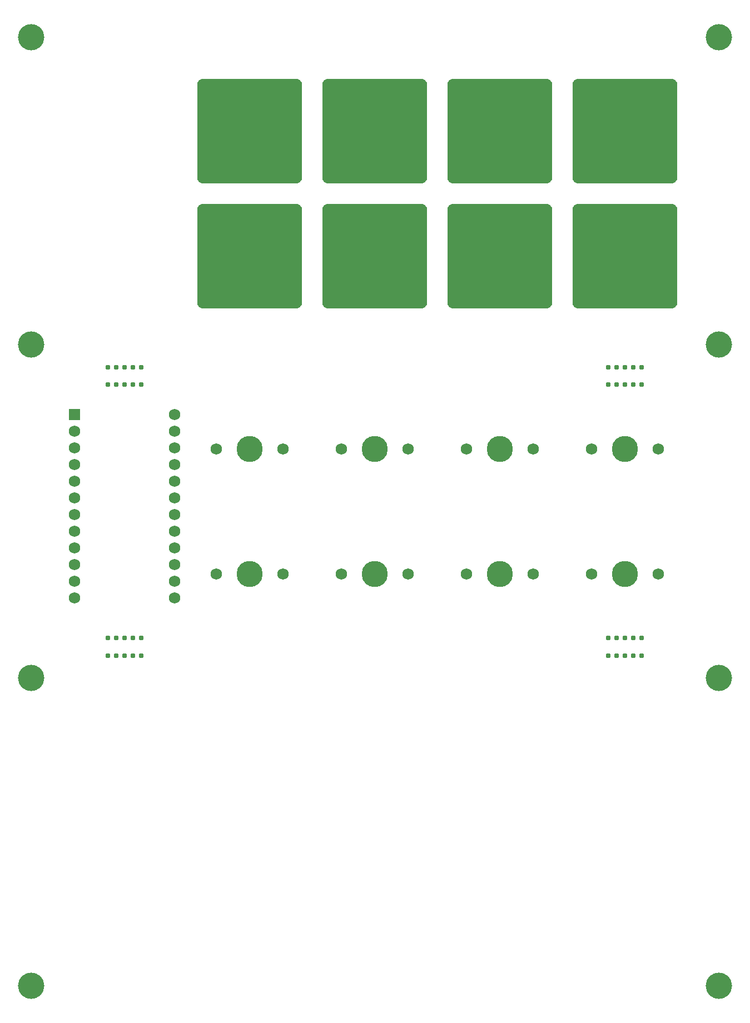
<source format=gbr>
%TF.GenerationSoftware,KiCad,Pcbnew,(5.99.0-12170-ge0011fcd93)*%
%TF.CreationDate,2021-09-26T20:19:55-07:00*%
%TF.ProjectId,dumb macropad,64756d62-206d-4616-9372-6f7061642e6b,rev?*%
%TF.SameCoordinates,Original*%
%TF.FileFunction,Soldermask,Top*%
%TF.FilePolarity,Negative*%
%FSLAX46Y46*%
G04 Gerber Fmt 4.6, Leading zero omitted, Abs format (unit mm)*
G04 Created by KiCad (PCBNEW (5.99.0-12170-ge0011fcd93)) date 2021-09-26 20:19:55*
%MOMM*%
%LPD*%
G01*
G04 APERTURE LIST*
G04 Aperture macros list*
%AMRoundRect*
0 Rectangle with rounded corners*
0 $1 Rounding radius*
0 $2 $3 $4 $5 $6 $7 $8 $9 X,Y pos of 4 corners*
0 Add a 4 corners polygon primitive as box body*
4,1,4,$2,$3,$4,$5,$6,$7,$8,$9,$2,$3,0*
0 Add four circle primitives for the rounded corners*
1,1,$1+$1,$2,$3*
1,1,$1+$1,$4,$5*
1,1,$1+$1,$6,$7*
1,1,$1+$1,$8,$9*
0 Add four rect primitives between the rounded corners*
20,1,$1+$1,$2,$3,$4,$5,0*
20,1,$1+$1,$4,$5,$6,$7,0*
20,1,$1+$1,$6,$7,$8,$9,0*
20,1,$1+$1,$8,$9,$2,$3,0*%
G04 Aperture macros list end*
%ADD10C,4.000000*%
%ADD11C,0.500000*%
%ADD12C,0.787400*%
%ADD13RoundRect,1.008000X6.992000X6.992000X-6.992000X6.992000X-6.992000X-6.992000X6.992000X-6.992000X0*%
%ADD14C,1.752600*%
%ADD15R,1.752600X1.752600*%
%ADD16C,3.987800*%
%ADD17C,1.750000*%
G04 APERTURE END LIST*
D10*
%TO.C,Ref\u002A\u002A*%
X84132200Y-173820300D03*
D11*
X85632200Y-173820300D03*
X82632200Y-173820300D03*
X84132200Y-175320300D03*
X84132200Y-172320300D03*
X85192200Y-174880300D03*
X83072200Y-174880300D03*
X83072200Y-172760300D03*
X85192200Y-172760300D03*
%TD*%
D10*
%TO.C,Ref\u002A\u002A*%
X188900600Y-173820300D03*
D11*
X190400600Y-173820300D03*
X187400600Y-173820300D03*
X188900600Y-175320300D03*
X188900600Y-172320300D03*
X189960600Y-174880300D03*
X187840600Y-174880300D03*
X187840600Y-172760300D03*
X189960600Y-172760300D03*
%TD*%
D10*
%TO.C,Ref\u002A\u002A*%
X188900600Y-126992000D03*
D11*
X190400600Y-126992000D03*
X187400600Y-126992000D03*
X188900600Y-128492000D03*
X188900600Y-125492000D03*
X189960600Y-128052000D03*
X187840600Y-128052000D03*
X187840600Y-125932000D03*
X189960600Y-125932000D03*
%TD*%
D10*
%TO.C,Ref\u002A\u002A*%
X84132200Y-126992000D03*
D11*
X85632200Y-126992000D03*
X82632200Y-126992000D03*
X84132200Y-128492000D03*
X84132200Y-125492000D03*
X85192200Y-128052000D03*
X83072200Y-128052000D03*
X83072200Y-125932000D03*
X85192200Y-125932000D03*
%TD*%
D10*
%TO.C,Ref\u002A\u002A*%
X84132200Y-76195200D03*
D11*
X85632200Y-76195200D03*
X82632200Y-76195200D03*
X84132200Y-77695200D03*
X84132200Y-74695200D03*
X85192200Y-77255200D03*
X83072200Y-77255200D03*
X83072200Y-75135200D03*
X85192200Y-75135200D03*
%TD*%
D10*
%TO.C,Ref\u002A\u002A*%
X188900600Y-76195200D03*
D11*
X190400600Y-76195200D03*
X187400600Y-76195200D03*
X188900600Y-77695200D03*
X188900600Y-74695200D03*
X189960600Y-77255200D03*
X187840600Y-77255200D03*
X187840600Y-75135200D03*
X189960600Y-75135200D03*
%TD*%
D10*
%TO.C,Ref\u002A\u002A*%
X188900600Y-29366900D03*
D11*
X190400600Y-29366900D03*
X187400600Y-29366900D03*
X188900600Y-30866900D03*
X188900600Y-27866900D03*
X189960600Y-30426900D03*
X187840600Y-30426900D03*
X187840600Y-28306900D03*
X189960600Y-28306900D03*
%TD*%
D10*
%TO.C,Ref\u002A\u002A*%
X84132200Y-29366900D03*
D11*
X85632200Y-29366900D03*
X82632200Y-29366900D03*
X84132200Y-30866900D03*
X84132200Y-27866900D03*
X85192200Y-30426900D03*
X83072200Y-30426900D03*
X83072200Y-28306900D03*
X85192200Y-28306900D03*
%TD*%
D12*
%TO.C,REF\u002A\u002A*%
X174614000Y-120896400D03*
X173344000Y-120896400D03*
X172074000Y-120896400D03*
X175884000Y-120896400D03*
X177154000Y-120896400D03*
%TD*%
%TO.C,REF\u002A\u002A*%
X98418800Y-120896400D03*
X97148800Y-120896400D03*
X95878800Y-120896400D03*
X99688800Y-120896400D03*
X100958800Y-120896400D03*
%TD*%
%TO.C,REF\u002A\u002A*%
X177154000Y-123563200D03*
X173344000Y-123563200D03*
X172074000Y-123563200D03*
X174614000Y-123563200D03*
X175884000Y-123563200D03*
%TD*%
%TO.C,REF\u002A\u002A*%
X100958800Y-123563200D03*
X98418800Y-123563200D03*
X99688800Y-123563200D03*
X95878800Y-123563200D03*
X97148800Y-123563200D03*
%TD*%
%TO.C,REF\u002A\u002A*%
X98418800Y-79624000D03*
X97148800Y-79624000D03*
X95878800Y-79624000D03*
X99688800Y-79624000D03*
X100958800Y-79624000D03*
%TD*%
%TO.C,REF\u002A\u002A*%
X174614000Y-79624000D03*
X173344000Y-79624000D03*
X172074000Y-79624000D03*
X175884000Y-79624000D03*
X177154000Y-79624000D03*
%TD*%
%TO.C,REF\u002A\u002A*%
X174614000Y-82290800D03*
X175884000Y-82290800D03*
X177154000Y-82290800D03*
X173344000Y-82290800D03*
X172074000Y-82290800D03*
%TD*%
%TO.C,REF\u002A\u002A*%
X98418800Y-82290800D03*
X99688800Y-82290800D03*
X100958800Y-82290800D03*
X97148800Y-82290800D03*
X95878800Y-82290800D03*
%TD*%
D13*
%TO.C,REF\u002A\u002A*%
X174614000Y-62702300D03*
%TD*%
%TO.C,REF\u002A\u002A*%
X155565200Y-62702300D03*
%TD*%
%TO.C,REF\u002A\u002A*%
X136516400Y-62702300D03*
%TD*%
%TO.C,REF\u002A\u002A*%
X117467600Y-62702300D03*
%TD*%
%TO.C,REF\u002A\u002A*%
X174614000Y-43653500D03*
%TD*%
%TO.C,REF\u002A\u002A*%
X155565200Y-43653500D03*
%TD*%
%TO.C,REF\u002A\u002A*%
X136516400Y-43653500D03*
%TD*%
%TO.C,REF\u002A\u002A*%
X117467600Y-43653500D03*
%TD*%
D14*
%TO.C,U1*%
X106038800Y-86829900D03*
X90798800Y-114769900D03*
X106038800Y-89369900D03*
X106038800Y-91909900D03*
X106038800Y-94449900D03*
X106038800Y-96989900D03*
X106038800Y-99529900D03*
X106038800Y-102069900D03*
X106038800Y-104609900D03*
X106038800Y-107149900D03*
X106038800Y-109689900D03*
X106038800Y-112229900D03*
X106038800Y-114769900D03*
X90798800Y-112229900D03*
X90798800Y-109689900D03*
X90798800Y-107149900D03*
X90798800Y-104609900D03*
X90798800Y-102069900D03*
X90798800Y-99529900D03*
X90798800Y-96989900D03*
X90798800Y-94449900D03*
X90798800Y-91909900D03*
X90798800Y-89369900D03*
D15*
X90798800Y-86829900D03*
%TD*%
D16*
%TO.C,MX8*%
X174614000Y-111118000D03*
D17*
X169534000Y-111118000D03*
X179694000Y-111118000D03*
%TD*%
D16*
%TO.C,MX7*%
X155565200Y-111118000D03*
D17*
X150485200Y-111118000D03*
X160645200Y-111118000D03*
%TD*%
D16*
%TO.C,MX6*%
X136516400Y-111118000D03*
D17*
X131436400Y-111118000D03*
X141596400Y-111118000D03*
%TD*%
D16*
%TO.C,MX5*%
X117467600Y-111118000D03*
D17*
X112387600Y-111118000D03*
X122547600Y-111118000D03*
%TD*%
D16*
%TO.C,MX4*%
X174614000Y-92069200D03*
D17*
X169534000Y-92069200D03*
X179694000Y-92069200D03*
%TD*%
D16*
%TO.C,MX3*%
X155565200Y-92069200D03*
D17*
X150485200Y-92069200D03*
X160645200Y-92069200D03*
%TD*%
D16*
%TO.C,MX2*%
X136516400Y-92069200D03*
D17*
X131436400Y-92069200D03*
X141596400Y-92069200D03*
%TD*%
D16*
%TO.C,MX1*%
X117467600Y-92069200D03*
D17*
X112387600Y-92069200D03*
X122547600Y-92069200D03*
%TD*%
M02*

</source>
